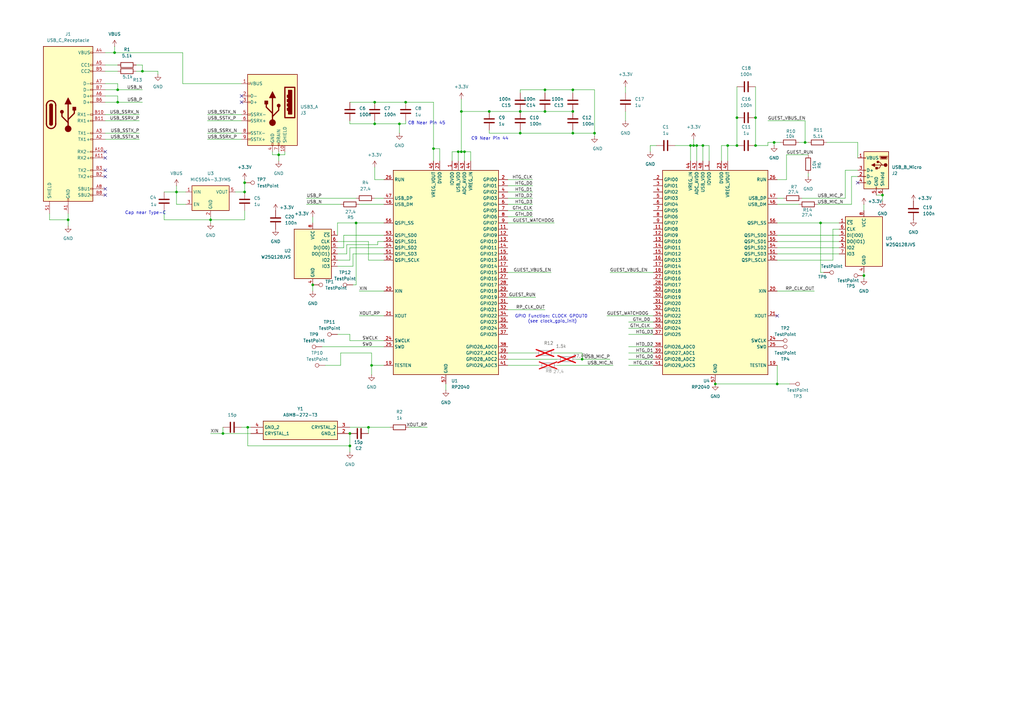
<source format=kicad_sch>
(kicad_sch (version 20231120) (generator "eeschema") (generator_version "8.0")
  (paper "A3")
  (junction (at 309.88 48.26))
  (junction (at 91.44 177.8))
  (junction (at 223.52 45.72))
  (junction (at 234.95 36.83))
  (junction (at 153.67 50.8))
  (junction (at 288.29 59.69))
  (junction (at 234.95 54.61))
  (junction (at 190.5 62.23))
  (junction (at 86.36 90.17))
  (junction (at 143.51 177.8))
  (junction (at 283.21 59.69))
  (junction (at 177.8 60.96))
  (junction (at 143.51 182.88))
  (junction (at 189.23 62.23))
  (junction (at 354.33 113.03))
  (junction (at 317.5 58.42))
  (junction (at 163.83 50.8))
  (junction (at 234.95 45.72))
  (junction (at 128.27 116.84))
  (junction (at 101.6 175.26))
  (junction (at 285.75 59.69))
  (junction (at 58.42 29.21))
  (junction (at 302.26 59.69))
  (junction (at 27.94 90.17))
  (junction (at 330.2 58.42))
  (junction (at 200.66 45.72))
  (junction (at 151.13 175.26))
  (junction (at 238.76 147.32))
  (junction (at 153.67 41.91))
  (junction (at 46.99 21.59))
  (junction (at 223.52 36.83))
  (junction (at 284.48 59.69))
  (junction (at 187.96 62.23))
  (junction (at 114.3 63.5))
  (junction (at 72.39 78.74))
  (junction (at 309.88 59.69))
  (junction (at 318.77 157.48))
  (junction (at 146.05 91.44))
  (junction (at 48.26 41.91))
  (junction (at 336.55 91.44))
  (junction (at 243.84 54.61))
  (junction (at 213.36 54.61))
  (junction (at 213.36 45.72))
  (junction (at 302.26 48.26))
  (junction (at 166.37 41.91))
  (junction (at 189.23 45.72))
  (junction (at 361.95 80.01))
  (junction (at 48.26 36.83))
  (junction (at 152.4 149.86))
  (junction (at 100.33 78.74))
  (junction (at 298.45 59.69))
  (junction (at 100.33 74.93))
  (junction (at 293.37 157.48))
  (no_connect (at 43.18 72.39))
  (no_connect (at 99.06 41.91))
  (no_connect (at 43.18 69.85))
  (no_connect (at 43.18 80.01))
  (no_connect (at 43.18 77.47))
  (no_connect (at 351.79 74.93))
  (no_connect (at 318.77 129.54))
  (no_connect (at 43.18 62.23))
  (no_connect (at 99.06 39.37))
  (no_connect (at 43.18 64.77))
  (wire (pts (xy 72.39 83.82) (xy 76.2 83.82)))
  (wire (pts (xy 153.67 81.28) (xy 157.48 81.28)))
  (wire (pts (xy 143.51 106.68) (xy 143.51 101.6)))
  (wire (pts (xy 154.94 99.06) (xy 157.48 99.06)))
  (wire (pts (xy 238.76 144.78) (xy 238.76 147.32)))
  (wire (pts (xy 163.83 50.8) (xy 163.83 54.61)))
  (wire (pts (xy 318.77 83.82) (xy 327.66 83.82)))
  (wire (pts (xy 151.13 99.06) (xy 151.13 106.68)))
  (wire (pts (xy 330.2 58.42) (xy 331.47 58.42)))
  (wire (pts (xy 46.99 21.59) (xy 74.93 21.59)))
  (wire (pts (xy 74.93 21.59) (xy 74.93 34.29)))
  (wire (pts (xy 223.52 38.1) (xy 223.52 36.83)))
  (wire (pts (xy 72.39 76.2) (xy 72.39 78.74)))
  (wire (pts (xy 318.77 73.66) (xy 322.58 73.66)))
  (wire (pts (xy 208.28 147.32) (xy 228.6 147.32)))
  (wire (pts (xy 318.77 104.14) (xy 344.17 104.14)))
  (wire (pts (xy 318.77 91.44) (xy 336.55 91.44)))
  (wire (pts (xy 193.04 62.23) (xy 190.5 62.23)))
  (wire (pts (xy 64.77 29.21) (xy 64.77 30.48)))
  (wire (pts (xy 180.34 66.04) (xy 180.34 60.96)))
  (wire (pts (xy 318.77 157.48) (xy 323.85 157.48)))
  (wire (pts (xy 314.96 49.53) (xy 330.2 49.53)))
  (wire (pts (xy 330.2 58.42) (xy 330.2 49.53)))
  (wire (pts (xy 189.23 62.23) (xy 190.5 62.23)))
  (wire (pts (xy 234.95 36.83) (xy 243.84 36.83)))
  (wire (pts (xy 114.3 63.5) (xy 114.3 66.04)))
  (wire (pts (xy 309.88 59.69) (xy 314.96 59.69)))
  (wire (pts (xy 101.6 182.88) (xy 143.51 182.88)))
  (wire (pts (xy 143.51 139.7) (xy 143.51 137.16)))
  (wire (pts (xy 86.36 177.8) (xy 91.44 177.8)))
  (wire (pts (xy 177.8 60.96) (xy 177.8 41.91)))
  (wire (pts (xy 143.51 101.6) (xy 157.48 101.6)))
  (wire (pts (xy 213.36 53.34) (xy 213.36 54.61)))
  (wire (pts (xy 67.31 78.74) (xy 72.39 78.74)))
  (wire (pts (xy 257.81 134.62) (xy 267.97 134.62)))
  (wire (pts (xy 208.28 78.74) (xy 218.44 78.74)))
  (wire (pts (xy 180.34 60.96) (xy 177.8 60.96)))
  (wire (pts (xy 302.26 59.69) (xy 298.45 59.69)))
  (wire (pts (xy 200.66 54.61) (xy 213.36 54.61)))
  (wire (pts (xy 48.26 34.29) (xy 48.26 36.83)))
  (wire (pts (xy 91.44 177.8) (xy 102.87 177.8)))
  (wire (pts (xy 27.94 87.63) (xy 27.94 90.17)))
  (wire (pts (xy 208.28 149.86) (xy 220.98 149.86)))
  (wire (pts (xy 48.26 41.91) (xy 43.18 41.91)))
  (wire (pts (xy 67.31 86.36) (xy 67.31 90.17)))
  (wire (pts (xy 243.84 36.83) (xy 243.84 54.61)))
  (wire (pts (xy 317.5 58.42) (xy 320.04 58.42)))
  (wire (pts (xy 72.39 78.74) (xy 76.2 78.74)))
  (wire (pts (xy 234.95 36.83) (xy 234.95 38.1)))
  (wire (pts (xy 227.33 144.78) (xy 238.76 144.78)))
  (wire (pts (xy 143.51 50.8) (xy 153.67 50.8)))
  (wire (pts (xy 346.71 69.85) (xy 346.71 81.28)))
  (wire (pts (xy 86.36 90.17) (xy 86.36 91.44)))
  (wire (pts (xy 143.51 175.26) (xy 151.13 175.26)))
  (wire (pts (xy 166.37 50.8) (xy 166.37 49.53)))
  (wire (pts (xy 55.88 29.21) (xy 58.42 29.21)))
  (wire (pts (xy 100.33 74.93) (xy 100.33 78.74)))
  (wire (pts (xy 91.44 175.26) (xy 91.44 177.8)))
  (wire (pts (xy 354.33 113.03) (xy 354.33 114.3)))
  (wire (pts (xy 256.54 45.72) (xy 256.54 49.53)))
  (wire (pts (xy 298.45 59.69) (xy 298.45 66.04)))
  (wire (pts (xy 144.78 116.84) (xy 146.05 116.84)))
  (wire (pts (xy 208.28 91.44) (xy 227.33 91.44)))
  (wire (pts (xy 318.77 81.28) (xy 321.31 81.28)))
  (wire (pts (xy 116.84 62.23) (xy 116.84 63.5)))
  (wire (pts (xy 189.23 45.72) (xy 189.23 62.23)))
  (wire (pts (xy 146.05 91.44) (xy 157.48 91.44)))
  (wire (pts (xy 43.18 46.99) (xy 57.15 46.99)))
  (wire (pts (xy 147.32 119.38) (xy 157.48 119.38)))
  (wire (pts (xy 213.36 54.61) (xy 234.95 54.61)))
  (wire (pts (xy 100.33 73.66) (xy 100.33 74.93)))
  (wire (pts (xy 138.43 109.22) (xy 144.78 109.22)))
  (wire (pts (xy 48.26 36.83) (xy 43.18 36.83)))
  (wire (pts (xy 359.41 80.01) (xy 361.95 80.01)))
  (wire (pts (xy 243.84 54.61) (xy 243.84 55.88)))
  (wire (pts (xy 177.8 41.91) (xy 166.37 41.91)))
  (wire (pts (xy 151.13 106.68) (xy 157.48 106.68)))
  (wire (pts (xy 152.4 149.86) (xy 157.48 149.86)))
  (wire (pts (xy 208.28 86.36) (xy 218.44 86.36)))
  (wire (pts (xy 354.33 83.82) (xy 354.33 86.36)))
  (wire (pts (xy 114.3 62.23) (xy 114.3 63.5)))
  (wire (pts (xy 114.3 63.5) (xy 111.76 63.5)))
  (wire (pts (xy 111.76 63.5) (xy 111.76 62.23)))
  (wire (pts (xy 55.88 26.67) (xy 58.42 26.67)))
  (wire (pts (xy 20.32 87.63) (xy 20.32 90.17)))
  (wire (pts (xy 58.42 29.21) (xy 64.77 29.21)))
  (wire (pts (xy 318.77 101.6) (xy 344.17 101.6)))
  (wire (pts (xy 143.51 177.8) (xy 143.51 182.88)))
  (wire (pts (xy 341.63 106.68) (xy 318.77 106.68)))
  (wire (pts (xy 177.8 60.96) (xy 177.8 66.04)))
  (wire (pts (xy 208.28 81.28) (xy 218.44 81.28)))
  (wire (pts (xy 318.77 96.52) (xy 344.17 96.52)))
  (wire (pts (xy 43.18 26.67) (xy 48.26 26.67)))
  (wire (pts (xy 143.51 41.91) (xy 153.67 41.91)))
  (wire (pts (xy 138.43 104.14) (xy 142.24 104.14)))
  (wire (pts (xy 290.83 66.04) (xy 290.83 59.69)))
  (wire (pts (xy 257.81 144.78) (xy 267.97 144.78)))
  (wire (pts (xy 336.55 111.76) (xy 337.82 111.76)))
  (wire (pts (xy 43.18 49.53) (xy 57.15 49.53)))
  (wire (pts (xy 318.77 119.38) (xy 334.01 119.38)))
  (wire (pts (xy 125.73 81.28) (xy 146.05 81.28)))
  (wire (pts (xy 138.43 106.68) (xy 143.51 106.68)))
  (wire (pts (xy 269.24 59.69) (xy 266.7 59.69)))
  (wire (pts (xy 128.27 88.9) (xy 128.27 91.44)))
  (wire (pts (xy 285.75 66.04) (xy 285.75 59.69)))
  (wire (pts (xy 208.28 144.78) (xy 219.71 144.78)))
  (wire (pts (xy 267.97 129.54) (xy 248.92 129.54)))
  (wire (pts (xy 43.18 34.29) (xy 48.26 34.29)))
  (wire (pts (xy 48.26 39.37) (xy 48.26 41.91)))
  (wire (pts (xy 234.95 54.61) (xy 243.84 54.61)))
  (wire (pts (xy 339.09 58.42) (xy 351.79 58.42)))
  (wire (pts (xy 143.51 139.7) (xy 157.48 139.7)))
  (wire (pts (xy 238.76 147.32) (xy 250.19 147.32)))
  (wire (pts (xy 43.18 57.15) (xy 57.15 57.15)))
  (wire (pts (xy 101.6 175.26) (xy 102.87 175.26)))
  (wire (pts (xy 151.13 175.26) (xy 151.13 177.8)))
  (wire (pts (xy 20.32 90.17) (xy 27.94 90.17)))
  (wire (pts (xy 132.08 142.24) (xy 157.48 142.24)))
  (wire (pts (xy 43.18 29.21) (xy 48.26 29.21)))
  (wire (pts (xy 190.5 62.23) (xy 190.5 66.04)))
  (wire (pts (xy 189.23 40.64) (xy 189.23 45.72)))
  (wire (pts (xy 86.36 88.9) (xy 86.36 90.17)))
  (wire (pts (xy 346.71 69.85) (xy 351.79 69.85)))
  (wire (pts (xy 154.94 100.33) (xy 154.94 99.06)))
  (wire (pts (xy 96.52 78.74) (xy 100.33 78.74)))
  (wire (pts (xy 341.63 93.98) (xy 341.63 106.68)))
  (wire (pts (xy 327.66 58.42) (xy 330.2 58.42)))
  (wire (pts (xy 175.26 175.26) (xy 167.64 175.26)))
  (wire (pts (xy 128.27 116.84) (xy 128.27 119.38)))
  (wire (pts (xy 302.26 35.56) (xy 302.26 48.26)))
  (wire (pts (xy 208.28 111.76) (xy 226.06 111.76)))
  (wire (pts (xy 185.42 62.23) (xy 187.96 62.23)))
  (wire (pts (xy 185.42 66.04) (xy 185.42 62.23)))
  (wire (pts (xy 139.7 149.86) (xy 133.35 149.86)))
  (wire (pts (xy 182.88 157.48) (xy 182.88 160.02)))
  (wire (pts (xy 309.88 35.56) (xy 309.88 48.26)))
  (wire (pts (xy 143.51 137.16) (xy 138.43 137.16)))
  (wire (pts (xy 285.75 59.69) (xy 284.48 59.69)))
  (wire (pts (xy 208.28 88.9) (xy 218.44 88.9)))
  (wire (pts (xy 46.99 19.05) (xy 46.99 21.59)))
  (wire (pts (xy 208.28 127) (xy 223.52 127)))
  (wire (pts (xy 336.55 91.44) (xy 344.17 91.44)))
  (wire (pts (xy 257.81 137.16) (xy 267.97 137.16)))
  (wire (pts (xy 234.95 53.34) (xy 234.95 54.61)))
  (wire (pts (xy 138.43 96.52) (xy 138.43 91.44)))
  (wire (pts (xy 295.91 59.69) (xy 295.91 66.04)))
  (wire (pts (xy 293.37 157.48) (xy 318.77 157.48)))
  (wire (pts (xy 213.36 36.83) (xy 213.36 38.1)))
  (wire (pts (xy 200.66 54.61) (xy 200.66 53.34)))
  (wire (pts (xy 318.77 99.06) (xy 344.17 99.06)))
  (wire (pts (xy 234.95 45.72) (xy 223.52 45.72)))
  (wire (pts (xy 48.26 36.83) (xy 58.42 36.83)))
  (wire (pts (xy 139.7 83.82) (xy 125.73 83.82)))
  (wire (pts (xy 140.97 96.52) (xy 140.97 101.6)))
  (wire (pts (xy 322.58 63.5) (xy 331.47 63.5)))
  (wire (pts (xy 200.66 45.72) (xy 213.36 45.72)))
  (wire (pts (xy 153.67 50.8) (xy 163.83 50.8)))
  (wire (pts (xy 86.36 90.17) (xy 100.33 90.17)))
  (wire (pts (xy 72.39 78.74) (xy 72.39 83.82)))
  (wire (pts (xy 283.21 59.69) (xy 284.48 59.69)))
  (wire (pts (xy 27.94 90.17) (xy 27.94 92.71)))
  (wire (pts (xy 208.28 121.92) (xy 219.71 121.92)))
  (wire (pts (xy 157.48 96.52) (xy 140.97 96.52)))
  (wire (pts (xy 314.96 58.42) (xy 317.5 58.42)))
  (wire (pts (xy 139.7 144.78) (xy 139.7 149.86)))
  (wire (pts (xy 43.18 54.61) (xy 57.15 54.61)))
  (wire (pts (xy 336.55 111.76) (xy 336.55 91.44)))
  (wire (pts (xy 153.67 41.91) (xy 166.37 41.91)))
  (wire (pts (xy 257.81 147.32) (xy 267.97 147.32)))
  (wire (pts (xy 139.7 144.78) (xy 152.4 144.78)))
  (wire (pts (xy 116.84 63.5) (xy 114.3 63.5)))
  (wire (pts (xy 331.47 71.12) (xy 331.47 72.39)))
  (wire (pts (xy 100.33 90.17) (xy 100.33 86.36)))
  (wire (pts (xy 223.52 36.83) (xy 213.36 36.83)))
  (wire (pts (xy 187.96 62.23) (xy 189.23 62.23)))
  (wire (pts (xy 349.25 72.39) (xy 351.79 72.39)))
  (wire (pts (xy 213.36 45.72) (xy 223.52 45.72)))
  (wire (pts (xy 101.6 175.26) (xy 101.6 182.88)))
  (wire (pts (xy 58.42 26.67) (xy 58.42 29.21)))
  (wire (pts (xy 43.18 39.37) (xy 48.26 39.37)))
  (wire (pts (xy 361.95 80.01) (xy 361.95 82.55)))
  (wire (pts (xy 157.48 73.66) (xy 153.67 73.66)))
  (wire (pts (xy 189.23 45.72) (xy 200.66 45.72)))
  (wire (pts (xy 143.51 182.88) (xy 143.51 185.42)))
  (wire (pts (xy 187.96 62.23) (xy 187.96 66.04)))
  (wire (pts (xy 298.45 59.69) (xy 295.91 59.69)))
  (wire (pts (xy 283.21 59.69) (xy 283.21 66.04)))
  (wire (pts (xy 99.06 175.26) (xy 101.6 175.26)))
  (wire (pts (xy 322.58 73.66) (xy 322.58 63.5)))
  (wire (pts (xy 223.52 36.83) (xy 234.95 36.83)))
  (wire (pts (xy 257.81 149.86) (xy 267.97 149.86)))
  (wire (pts (xy 284.48 59.69) (xy 284.48 57.15)))
  (wire (pts (xy 152.4 149.86) (xy 152.4 153.67)))
  (wire (pts (xy 257.81 142.24) (xy 267.97 142.24)))
  (wire (pts (xy 302.26 48.26) (xy 302.26 59.69)))
  (wire (pts (xy 153.67 73.66) (xy 153.67 68.58)))
  (wire (pts (xy 354.33 111.76) (xy 354.33 113.03)))
  (wire (pts (xy 99.06 57.15) (xy 85.09 57.15)))
  (wire (pts (xy 256.54 35.56) (xy 256.54 38.1)))
  (wire (pts (xy 317.5 58.42) (xy 317.5 59.69)))
  (wire (pts (xy 74.93 34.29) (xy 99.06 34.29)))
  (wire (pts (xy 99.06 46.99) (xy 85.09 46.99)))
  (wire (pts (xy 147.32 129.54) (xy 157.48 129.54)))
  (wire (pts (xy 276.86 59.69) (xy 283.21 59.69)))
  (wire (pts (xy 290.83 59.69) (xy 288.29 59.69)))
  (wire (pts (xy 267.97 111.76) (xy 250.19 111.76)))
  (wire (pts (xy 193.04 66.04) (xy 193.04 62.23)))
  (wire (pts (xy 349.25 72.39) (xy 349.25 83.82)))
  (wire (pts (xy 153.67 50.8) (xy 153.67 49.53)))
  (wire (pts (xy 344.17 93.98) (xy 341.63 93.98)))
  (wire (pts (xy 138.43 91.44) (xy 146.05 91.44)))
  (wire (pts (xy 257.81 132.08) (xy 267.97 132.08)))
  (wire (pts (xy 266.7 59.69) (xy 266.7 62.23)))
  (wire (pts (xy 288.29 59.69) (xy 285.75 59.69)))
  (wire (pts (xy 309.88 48.26) (xy 309.88 59.69)))
  (wire (pts (xy 99.06 54.61) (xy 85.09 54.61)))
  (wire (pts (xy 228.6 149.86) (xy 251.46 149.86)))
  (wire (pts (xy 318.77 149.86) (xy 318.77 157.48)))
  (wire (pts (xy 147.32 83.82) (xy 157.48 83.82)))
  (wire (pts (xy 140.97 101.6) (xy 138.43 101.6)))
  (wire (pts (xy 48.26 41.91) (xy 58.42 41.91)))
  (wire (pts (xy 143.51 49.53) (xy 143.51 50.8)))
  (wire (pts (xy 346.71 81.28) (xy 328.93 81.28)))
  (wire (pts (xy 142.24 104.14) (xy 142.24 100.33)))
  (wire (pts (xy 99.06 49.53) (xy 85.09 49.53)))
  (wire (pts (xy 43.18 21.59) (xy 46.99 21.59)))
  (wire (pts (xy 151.13 175.26) (xy 160.02 175.26)))
  (wire (pts (xy 138.43 99.06) (xy 151.13 99.06)))
  (wire (pts (xy 86.36 90.17) (xy 67.31 90.17)))
  (wire (pts (xy 349.25 83.82) (xy 335.28 83.82)))
  (wire (pts (xy 288.29 66.04) (xy 288.29 59.69)))
  (wire (pts (xy 146.05 116.84) (xy 146.05 91.44)))
  (wire (pts (xy 236.22 147.32) (xy 238.76 147.32)))
  (wire (pts (xy 142.24 100.33) (xy 154.94 100.33)))
  (wire (pts (xy 163.83 50.8) (xy 166.37 50.8)))
  (wire (pts (xy 314.96 59.69) (xy 314.96 58.42)))
  (wire (pts (xy 208.28 73.66) (xy 218.44 73.66)))
  (wire (pts (xy 144.78 104.14) (xy 157.48 104.14)))
  (wire (pts (xy 208.28 83.82) (xy 218.44 83.82)))
  (wire (pts (xy 144.78 109.22) (xy 144.78 104.14)))
  (wire (pts (xy 208.28 76.2) (xy 218.44 76.2)))
  (wire (pts (xy 152.4 144.78) (xy 152.4 149.86)))
  (wire (pts (xy 351.79 64.77) (xy 351.79 58.42)))
  (text "C9 Near Pin 44" (at 200.914 56.896 0) (effects (font (size 1.27 1.27))))
  (text "GPIO Function: CLOCK GPOUT0 \n(see clock_gpio_init)" (at 226.568 130.81 0) (effects (font (size 1.27 1.27))))
  (text "Cap near Type-C" (at 59.69 87.376 0) (effects (font (size 1.27 1.27))))
  (text "C8 Near Pin 45" (at 175.006 50.546 0) (effects (font (size 1.27 1.27))))
  (label "GTH_CLK" (at 266.7 134.62 180))
  (label "USB_N" (at 125.73 83.82 0))
  (label "SWD" (at 148.59 142.24 0))
  (label "GUEST_WATCHDOG" (at 248.92 129.54 0))
  (label "USB_SSTX_P" (at 85.09 49.53 0))
  (label "RP_CLK_OUT" (at 223.52 127 180))
  (label "GUEST_VBUS_EN" (at 226.06 111.76 180))
  (label "GUEST_VBUS_EN" (at 314.96 49.53 0))
  (label "XIN" (at 86.36 177.8 0))
  (label "USB_N" (at 58.42 36.83 180))
  (label "XOUT_RP" (at 175.26 175.26 180))
  (label "GUEST_RUN" (at 219.71 121.92 180))
  (label "GUEST_VBUS_EN" (at 250.19 111.76 0))
  (label "USB_MIC_P" (at 335.28 81.28 0))
  (label "USB_SSTX_N" (at 57.15 57.15 180))
  (label "USB_SSTX_P" (at 57.15 54.61 180))
  (label "GTH_CLK" (at 218.44 86.36 180))
  (label "USB_SSRX_P" (at 57.15 49.53 180))
  (label "USB_MIC_N" (at 251.46 149.86 180))
  (label "HTD_D2" (at 218.44 81.28 180))
  (label "XIN" (at 147.32 119.38 0))
  (label "SWCLK" (at 148.59 139.7 0))
  (label "USB_MIC_N" (at 335.28 83.82 0))
  (label "USB_P" (at 125.73 81.28 0))
  (label "GUEST_WATCHDOG" (at 227.33 91.44 180))
  (label "HTG_D1" (at 267.97 144.78 180))
  (label "HTG_D0" (at 267.97 147.32 180))
  (label "USB_SSRX_N" (at 85.09 54.61 0))
  (label "RP_CLK_OUT" (at 334.01 119.38 180))
  (label "HTG_CLK" (at 218.44 73.66 180))
  (label "USB_MIC_P" (at 250.19 147.32 180))
  (label "HTD_D2" (at 267.97 142.24 180))
  (label "HTG_D3" (at 267.97 137.16 180))
  (label "USB_P" (at 58.42 41.91 180))
  (label "XOUT_RP" (at 147.32 129.54 0))
  (label "GUEST_RUN" (at 322.58 63.5 0))
  (label "USB_SSRX_P" (at 85.09 57.15 0))
  (label "GTH_D0" (at 266.7 132.08 180))
  (label "USB_SSTX_N" (at 85.09 46.99 0))
  (label "USB_SSRX_N" (at 57.15 46.99 180))
  (label "HTG_D3" (at 218.44 83.82 180))
  (label "HTG_D0" (at 218.44 76.2 180))
  (label "GTH_D0" (at 218.44 88.9 180))
  (label "HTG_D1" (at 218.44 78.74 180))
  (label "HTG_CLK" (at 267.97 149.86 180))
  (symbol (lib_id "Connector:TestPoint") (at 318.77 142.24 270) (unit 1)
    (property "Reference" "TP4" (at 322.072 147.32 90))
    (property "Value" "TestPoint" (at 322.072 144.78 90))
    (property "Footprint" "TestPoint:TestPoint_Pad_1.5x1.5mm" (effects (hide yes)))
    (property "Description" "test point" (effects (hide yes)))
  )
  (symbol (lib_id "power:+3.3V") (at 284.48 57.15 0) (unit 1)
    (property "Reference" "#PWR027" (effects (hide yes)))
    (property "Value" "+3.3V" (at 284.48 52.07 0))
    (property "Description" "Power symbol creates a global label with name \"+3.3V\"" (effects (hide yes)))
  )
  (symbol (lib_id "power:GND") (at 256.54 49.53 0) (unit 1)
    (property "Reference" "#PWR018" (effects (hide yes)))
    (property "Value" "GND" (at 256.54 54.61 0))
    (property "Description" "Power symbol creates a global label with name \"GND\" , ground" (effects (hide yes)))
  )
  (symbol (lib_id "Device:R") (at 325.12 81.28 90) (unit 1)
    (property "Reference" "R7" (at 325.628 76.708 90))
    (property "Value" "27.4" (at 325.374 78.74 90))
    (property "Footprint" "Resistor_SMD:R_0402_1005Metric_Pad0.72x0.64mm_HandSolder" (effects (hide yes)))
    (property "Description" "Resistor" (effects (hide yes)))
  )
  (symbol (lib_id "power:GND") (at 361.95 82.55 0) (unit 1)
    (property "Reference" "#PWR020" (effects (hide yes)))
    (property "Value" "GND" (at 361.95 87.63 0))
    (property "Description" "Power symbol creates a global label with name \"GND\" , ground" (effects (hide yes)))
  )
  (symbol (lib_id "Device:R") (at 224.79 149.86 270) (mirror x) (unit 1) (dnp yes)
    (property "Reference" "R8" (at 225.044 152.146 90))
    (property "Value" "27.4" (at 229.108 152.4 90))
    (property "Footprint" "Resistor_SMD:R_0402_1005Metric_Pad0.72x0.64mm_HandSolder" (effects (hide yes)))
    (property "Description" "Resistor" (effects (hide yes)))
  )
  (symbol (lib_id "Memory_Flash:W25Q128JVS") (at 354.33 99.06 0) (unit 1)
    (property "Reference" "U5" (at 363.22 97.7899 0) (effects (justify left)))
    (property "Value" "W25Q128JVS" (at 363.22 100.3299 0) (effects (justify left)))
    (property "Footprint" "Package_SO:SOIC-8_5.23x5.23mm_P1.27mm" (effects (hide yes)))
    (property "Datasheet" "http://www.winbond.com/resource-files/w25q128jv_dtr%20revc%2003272018%20plus.pdf" (effects (hide yes)))
    (property "Description" "128Mb Serial Flash Memory, Standard/Dual/Quad SPI, SOIC-8" (effects (hide yes)))
  )
  (symbol (lib_id "power:GND") (at 182.88 160.02 0) (unit 1)
    (property "Reference" "#PWR011" (effects (hide yes)))
    (property "Value" "GND" (at 182.88 165.1 0))
    (property "Description" "Power symbol creates a global label with name \"GND\" , ground" (effects (hide yes)))
  )
  (symbol (lib_id "Device:C") (at 234.95 49.53 0) (unit 1)
    (property "Reference" "C12" (at 238.76 48.2599 0) (effects (justify left)))
    (property "Value" "100n" (at 238.76 50.7999 0) (effects (justify left)))
    (property "Footprint" "Capacitor_SMD:C_0402_1005Metric_Pad0.74x0.62mm_HandSolder" (effects (hide yes)))
    (property "Description" "Unpolarized capacitor" (effects (hide yes)))
  )
  (symbol (lib_id "power:GND") (at 27.94 92.71 0) (unit 1)
    (property "Reference" "#PWR02" (effects (hide yes)))
    (property "Value" "GND" (at 27.94 97.79 0))
    (property "Description" "Power symbol creates a global label with name \"GND\" , ground" (effects (hide yes)))
  )
  (symbol (lib_id "power:GND") (at 331.47 72.39 0) (unit 1)
    (property "Reference" "#PWR013" (effects (hide yes)))
    (property "Value" "GND" (at 331.47 77.47 0))
    (property "Description" "Power symbol creates a global label with name \"GND\" , ground" (effects (hide yes)))
  )
  (symbol (lib_id "Device:C") (at 256.54 41.91 0) (unit 1)
    (property "Reference" "C17" (at 260.35 40.6399 0) (effects (justify left)))
    (property "Value" "1u" (at 260.35 43.1799 0) (effects (justify left)))
    (property "Footprint" "Capacitor_SMD:C_0402_1005Metric_Pad0.74x0.62mm_HandSolder" (effects (hide yes)))
    (property "Description" "Unpolarized capacitor" (effects (hide yes)))
  )
  (symbol (lib_id "Device:C") (at 374.65 86.36 0) (unit 1)
    (property "Reference" "C19" (at 378.46 85.0899 0) (effects (justify left)))
    (property "Value" "100n" (at 378.46 87.6299 0) (effects (justify left)))
    (property "Footprint" "Capacitor_SMD:C_0402_1005Metric_Pad0.74x0.62mm_HandSolder" (effects (hide yes)))
    (property "Description" "Unpolarized capacitor" (effects (hide yes)))
  )
  (symbol (lib_id "Device:C") (at 100.33 82.55 0) (unit 1)
    (property "Reference" "C5" (at 104.14 81.2799 0) (effects (justify left)))
    (property "Value" "1u" (at 104.14 83.8199 0) (effects (justify left)))
    (property "Footprint" "Capacitor_SMD:C_0402_1005Metric_Pad0.74x0.62mm_HandSolder" (effects (hide yes)))
    (property "Description" "Unpolarized capacitor" (effects (hide yes)))
  )
  (symbol (lib_id "power:+3.3V") (at 153.67 68.58 0) (unit 1)
    (property "Reference" "#PWR012" (effects (hide yes)))
    (property "Value" "+3.3V" (at 153.67 63.5 0))
    (property "Description" "Power symbol creates a global label with name \"+3.3V\"" (effects (hide yes)))
  )
  (symbol (lib_id "Connector:TestPoint") (at 138.43 137.16 90) (unit 1)
    (property "Reference" "TP11" (at 135.128 132.08 90))
    (property "Value" "TestPoint" (at 135.128 134.62 90))
    (property "Footprint" "TestPoint:TestPoint_Pad_1.5x1.5mm" (effects (hide yes)))
    (property "Description" "test point" (effects (hide yes)))
  )
  (symbol (lib_id "Device:C") (at 166.37 45.72 0) (unit 1)
    (property "Reference" "C8" (at 170.18 44.4499 0) (effects (justify left)))
    (property "Value" "1u" (at 170.18 46.9899 0) (effects (justify left)))
    (property "Footprint" "Capacitor_SMD:C_0402_1005Metric_Pad0.74x0.62mm_HandSolder" (effects (hide yes)))
    (property "Description" "Unpolarized capacitor" (effects (hide yes)))
  )
  (symbol (lib_id "Device:R") (at 52.07 26.67 270) (unit 1)
    (property "Reference" "R1" (at 52.07 20.32 90))
    (property "Value" "5.1k" (at 52.07 22.86 90))
    (property "Footprint" "Resistor_SMD:R_0402_1005Metric_Pad0.72x0.64mm_HandSolder" (effects (hide yes)))
    (property "Description" "Resistor" (effects (hide yes)))
  )
  (symbol (lib_id "Device:R") (at 232.41 147.32 90) (mirror x) (unit 1) (dnp yes)
    (property "Reference" "R9" (at 240.03 145.796 90))
    (property "Value" "27.4" (at 237.236 146.05 90))
    (property "Footprint" "Resistor_SMD:R_0402_1005Metric_Pad0.72x0.64mm_HandSolder" (effects (hide yes)))
    (property "Description" "Resistor" (effects (hide yes)))
  )
  (symbol (lib_id "Device:R") (at 323.85 58.42 90) (unit 1)
    (property "Reference" "R10" (at 324.358 53.848 90))
    (property "Value" "10k" (at 324.104 55.88 90))
    (property "Footprint" "Resistor_SMD:R_0402_1005Metric_Pad0.72x0.64mm_HandSolder" (effects (hide yes)))
    (property "Description" "Resistor" (effects (hide yes)))
  )
  (symbol (lib_id "power:+3.3V") (at 256.54 35.56 0) (unit 1)
    (property "Reference" "#PWR019" (effects (hide yes)))
    (property "Value" "+3.3V" (at 256.54 30.48 0))
    (property "Description" "Power symbol creates a global label with name \"+3.3V\"" (effects (hide yes)))
  )
  (symbol (lib_id "power:GND") (at 143.51 185.42 0) (unit 1)
    (property "Reference" "#PWR04" (effects (hide yes)))
    (property "Value" "GND" (at 143.51 190.5 0))
    (property "Description" "Power symbol creates a global label with name \"GND\" , ground" (effects (hide yes)))
  )
  (symbol (lib_id "power:GND") (at 266.7 62.23 0) (unit 1)
    (property "Reference" "#PWR026" (effects (hide yes)))
    (property "Value" "GND" (at 266.7 67.31 0))
    (property "Description" "Power symbol creates a global label with name \"GND\" , ground" (effects (hide yes)))
  )
  (symbol (lib_id "Connector:TestPoint") (at 128.27 116.84 270) (unit 1)
    (property "Reference" "TP1" (at 133.35 115.5699 90) (effects (justify left)))
    (property "Value" "TestPoint" (at 133.35 118.1099 90) (effects (justify left)))
    (property "Footprint" "TestPoint:TestPoint_THTPad_D1.0mm_Drill0.5mm" (effects (hide yes)))
    (property "Description" "test point" (effects (hide yes)))
  )
  (symbol (lib_id "power:GND") (at 64.77 30.48 0) (unit 1)
    (property "Reference" "#PWR01" (effects (hide yes)))
    (property "Value" "GND" (at 64.77 35.56 0))
    (property "Description" "Power symbol creates a global label with name \"GND\" , ground" (effects (hide yes)))
  )
  (symbol (lib_id "Memory_Flash:W25Q128JVS") (at 128.27 104.14 0) (mirror y) (unit 1)
    (property "Reference" "U2" (at 119.38 102.8699 0) (effects (justify left)))
    (property "Value" "W25Q128JVS" (at 119.38 105.4099 0) (effects (justify left)))
    (property "Footprint" "Package_SO:SOIC-8_5.23x5.23mm_P1.27mm" (effects (hide yes)))
    (property "Datasheet" "http://www.winbond.com/resource-files/w25q128jv_dtr%20revc%2003272018%20plus.pdf" (effects (hide yes)))
    (property "Description" "128Mb Serial Flash Memory, Standard/Dual/Quad SPI, SOIC-8" (effects (hide yes)))
  )
  (symbol (lib_id "Device:C") (at 95.25 175.26 90) (unit 1)
    (property "Reference" "C3" (effects (hide yes)))
    (property "Value" "15p" (at 95.25 170.18 90))
    (property "Footprint" "Capacitor_SMD:C_0402_1005Metric_Pad0.74x0.62mm_HandSolder" (effects (hide yes)))
    (property "Description" "Unpolarized capacitor" (effects (hide yes)))
  )
  (symbol (lib_id "Connector:TestPoint") (at 100.33 74.93 270) (unit 1)
    (property "Reference" "TP7" (at 105.41 73.6599 90) (effects (justify left)))
    (property "Value" "TestPoint" (at 105.41 76.1999 90) (effects (justify left)))
    (property "Footprint" "TestPoint:TestPoint_THTPad_D1.0mm_Drill0.5mm" (effects (hide yes)))
    (property "Description" "test point" (effects (hide yes)))
  )
  (symbol (lib_id "Device:C") (at 147.32 177.8 90) (unit 1)
    (property "Reference" "C2" (at 147.066 183.896 90))
    (property "Value" "15p" (at 147.066 181.356 90))
    (property "Footprint" "Capacitor_SMD:C_0402_1005Metric_Pad0.74x0.62mm_HandSolder" (effects (hide yes)))
    (property "Description" "Unpolarized capacitor" (effects (hide yes)))
  )
  (symbol (lib_id "Connector:TestPoint") (at 132.08 142.24 90) (unit 1)
    (property "Reference" "TP9" (at 128.778 137.16 90))
    (property "Value" "TestPoint" (at 128.778 139.7 90))
    (property "Footprint" "TestPoint:TestPoint_Pad_1.5x1.5mm" (effects (hide yes)))
    (property "Description" "test point" (effects (hide yes)))
  )
  (symbol (lib_id "Connector:USB3_A") (at 111.76 44.45 0) (mirror y) (unit 1)
    (property "Reference" "J3" (at 123.19 46.3551 0) (effects (justify right)))
    (property "Value" "USB3_A" (at 123.19 43.8151 0) (effects (justify right)))
    (property "Footprint" "Library:USBA3SRA" (effects (hide yes)))
    (property "Description" "USB 3.0 A connector" (effects (hide yes)))
  )
  (symbol (lib_id "Device:C") (at 143.51 45.72 0) (unit 1)
    (property "Reference" "C6" (at 147.32 44.4499 0) (effects (justify left)))
    (property "Value" "100n" (at 147.32 46.9899 0) (effects (justify left)))
    (property "Footprint" "Capacitor_SMD:C_0402_1005Metric_Pad0.74x0.62mm_HandSolder" (effects (hide yes)))
    (property "Description" "Unpolarized capacitor" (effects (hide yes)))
  )
  (symbol (lib_id "power:GND") (at 86.36 91.44 0) (unit 1)
    (property "Reference" "#PWR05" (effects (hide yes)))
    (property "Value" "GND" (at 86.36 96.52 0))
    (property "Description" "Power symbol creates a global label with name \"GND\" , ground" (effects (hide yes)))
  )
  (symbol (lib_id "Connector:TestPoint") (at 144.78 116.84 90) (unit 1)
    (property "Reference" "TP12" (at 141.478 111.76 90))
    (property "Value" "TestPoint" (at 141.478 114.3 90))
    (property "Footprint" "TestPoint:TestPoint_THTPad_D1.0mm_Drill0.5mm" (effects (hide yes)))
    (property "Description" "test point" (effects (hide yes)))
  )
  (symbol (lib_id "Device:C") (at 223.52 41.91 180) (unit 1)
    (property "Reference" "C14" (at 219.71 43.1801 0) (effects (justify left)))
    (property "Value" "100n" (at 219.71 40.6401 0) (effects (justify left)))
    (property "Footprint" "Capacitor_SMD:C_0402_1005Metric_Pad0.74x0.62mm_HandSolder" (effects (hide yes)))
    (property "Description" "Unpolarized capacitor" (effects (hide yes)))
  )
  (symbol (lib_id "power:GND") (at 374.65 90.17 0) (mirror y) (unit 1)
    (property "Reference" "#PWR028" (effects (hide yes)))
    (property "Value" "GND" (at 374.65 95.25 0))
    (property "Description" "Power symbol creates a global label with name \"GND\" , ground" (effects (hide yes)))
  )
  (symbol (lib_id "power:+3.3V") (at 113.03 86.36 0) (unit 1)
    (property "Reference" "#PWR029" (effects (hide yes)))
    (property "Value" "+3.3V" (at 117.602 85.09 0))
    (property "Description" "Power symbol creates a global label with name \"+3.3V\"" (effects (hide yes)))
  )
  (symbol (lib_id "Device:R") (at 52.07 29.21 270) (unit 1)
    (property "Reference" "R13" (at 56.388 32.766 90))
    (property "Value" "5.1k" (at 52.324 31.496 90))
    (property "Footprint" "Resistor_SMD:R_0402_1005Metric_Pad0.72x0.64mm_HandSolder" (effects (hide yes)))
    (property "Description" "Resistor" (effects (hide yes)))
  )
  (symbol (lib_id "power:VBUS") (at 46.99 19.05 0) (unit 1)
    (property "Reference" "#PWR07" (effects (hide yes)))
    (property "Value" "VBUS" (at 46.99 13.97 0))
    (property "Description" "Power symbol creates a global label with name \"VBUS\"" (effects (hide yes)))
  )
  (symbol (lib_id "Connector:TestPoint") (at 133.35 149.86 90) (unit 1)
    (property "Reference" "TP10" (at 130.048 144.78 90))
    (property "Value" "TestPoint" (at 130.048 147.32 90))
    (property "Footprint" "TestPoint:TestPoint_Pad_1.5x1.5mm" (effects (hide yes)))
    (property "Description" "test point" (effects (hide yes)))
  )
  (symbol (lib_id "Device:R") (at 149.86 81.28 90) (unit 1)
    (property "Reference" "R4" (at 149.86 74.93 90))
    (property "Value" "27.4" (at 149.86 77.47 90))
    (property "Footprint" "Resistor_SMD:R_0402_1005Metric_Pad0.72x0.64mm_HandSolder" (effects (hide yes)))
    (property "Description" "Resistor" (effects (hide yes)))
  )
  (symbol (lib_id "power:GND") (at 354.33 114.3 0) (mirror y) (unit 1)
    (property "Reference" "#PWR024" (effects (hide yes)))
    (property "Value" "GND" (at 354.33 119.38 0))
    (property "Description" "Power symbol creates a global label with name \"GND\" , ground" (effects (hide yes)))
  )
  (symbol (lib_id "Connector:TestPoint") (at 337.82 111.76 270) (mirror x) (unit 1)
    (property "Reference" "TP6" (at 337.312 113.538 90))
    (property "Value" "TestPoint" (at 341.122 109.22 90))
    (property "Footprint" "TestPoint:TestPoint_THTPad_D1.0mm_Drill0.5mm" (effects (hide yes)))
    (property "Description" "test point" (effects (hide yes)))
  )
  (symbol (lib_id "power:VBUS") (at 72.39 76.2 0) (unit 1)
    (property "Reference" "#PWR06" (effects (hide yes)))
    (property "Value" "VBUS" (at 72.39 71.12 0))
    (property "Description" "Power symbol creates a global label with name \"VBUS\"" (effects (hide yes)))
  )
  (symbol (lib_id "power:GND") (at 152.4 153.67 0) (unit 1)
    (property "Reference" "#PWR015" (effects (hide yes)))
    (property "Value" "GND" (at 152.4 158.75 0))
    (property "Description" "Power symbol creates a global label with name \"GND\" , ground" (effects (hide yes)))
  )
  (symbol (lib_id "power:GND") (at 114.3 66.04 0) (unit 1)
    (property "Reference" "#PWR03" (effects (hide yes)))
    (property "Value" "GND" (at 114.3 71.12 0))
    (property "Description" "Power symbol creates a global label with name \"GND\" , ground" (effects (hide yes)))
  )
  (symbol (lib_id "power:GND") (at 163.83 54.61 0) (unit 1)
    (property "Reference" "#PWR016" (effects (hide yes)))
    (property "Value" "GND" (at 163.83 59.69 0))
    (property "Description" "Power symbol creates a global label with name \"GND\" , ground" (effects (hide yes)))
  )
  (symbol (lib_id "Device:R") (at 143.51 83.82 90) (unit 1)
    (property "Reference" "R5" (at 143.764 89.154 90))
    (property "Value" "27.4" (at 143.764 86.868 90))
    (property "Footprint" "Resistor_SMD:R_0402_1005Metric_Pad0.72x0.64mm_HandSolder" (effects (hide yes)))
    (property "Description" "Resistor" (effects (hide yes)))
  )
  (symbol (lib_id "power:GND") (at 293.37 157.48 0) (unit 1)
    (property "Reference" "#PWR023" (effects (hide yes)))
    (property "Value" "GND" (at 293.37 162.56 0))
    (property "Description" "Power symbol creates a global label with name \"GND\" , ground" (effects (hide yes)))
  )
  (symbol (lib_id "MCU_RaspberryPi:RP2040") (at 293.37 111.76 0) (mirror y) (unit 1)
    (property "Reference" "U4" (at 291.1759 156.21 0) (effects (justify left)))
    (property "Value" "RP2040" (at 291.1759 158.75 0) (effects (justify left)))
    (property "Footprint" "Package_DFN_QFN:QFN-56-1EP_7x7mm_P0.4mm_EP3.2x3.2mm" (effects (hide yes)))
    (property "Datasheet" "https://datasheets.raspberrypi.com/rp2040/rp2040-datasheet.pdf" (effects (hide yes)))
    (property "Description" "A microcontroller by Raspberry Pi" (effects (hide yes)))
  )
  (symbol (lib_id "power:+3.3V") (at 374.65 82.55 0) (unit 1)
    (property "Reference" "#PWR025" (effects (hide yes)))
    (property "Value" "+3.3V" (at 379.222 81.28 0))
    (property "Description" "Power symbol creates a global label with name \"+3.3V\"" (effects (hide yes)))
  )
  (symbol (lib_id "Regulator_Linear:MIC5504-3.3YM5") (at 86.36 81.28 0) (unit 1)
    (property "Reference" "U3" (at 86.36 71.12 0))
    (property "Value" "MIC5504-3.3YM5" (at 86.36 73.66 0))
    (property "Footprint" "Package_TO_SOT_SMD:SOT-23-5" (effects (hide yes)))
    (property "Datasheet" "http://ww1.microchip.com/downloads/en/DeviceDoc/MIC550X.pdf" (effects (hide yes)))
    (property "Description" "300mA Low-dropout Voltage Regulator, Vout 3.3V, Vin up to 5.5V, SOT-23" (effects (hide yes)))
  )
  (symbol (lib_id "power:+3.3V") (at 100.33 73.66 0) (unit 1)
    (property "Reference" "#PWR014" (effects (hide yes)))
    (property "Value" "+3.3V" (at 100.33 68.58 0))
    (property "Description" "Power symbol creates a global label with name \"+3.3V\"" (effects (hide yes)))
  )
  (symbol (lib_id "power:+3.3V") (at 189.23 40.64 0) (unit 1)
    (property "Reference" "#PWR010" (effects (hide yes)))
    (property "Value" "+3.3V" (at 189.23 35.56 0))
    (property "Description" "Power symbol creates a global label with name \"+3.3V\"" (effects (hide yes)))
  )
  (symbol (lib_id "Connector:TestPoint") (at 323.85 157.48 270) (unit 1)
    (property "Reference" "TP3" (at 327.152 162.56 90))
    (property "Value" "TestPoint" (at 327.152 160.02 90))
    (property "Footprint" "TestPoint:TestPoint_Pad_1.5x1.5mm" (effects (hide yes)))
    (property "Description" "test point" (effects (hide yes)))
  )
  (symbol (lib_id "power:GND") (at 317.5 59.69 0) (unit 1)
    (property "Reference" "#PWR021" (effects (hide yes)))
    (property "Value" "GND" (at 317.5 64.77 0))
    (property "Description" "Power symbol creates a global label with name \"GND\" , ground" (effects (hide yes)))
  )
  (symbol (lib_id "Device:C") (at 213.36 41.91 180) (unit 1)
    (property "Reference" "C15" (at 209.55 43.1801 0) (effects (justify left)))
    (property "Value" "100n" (at 209.55 40.6401 0) (effects (justify left)))
    (property "Footprint" "Capacitor_SMD:C_0402_1005Metric_Pad0.74x0.62mm_HandSolder" (effects (hide yes)))
    (property "Description" "Unpolarized capacitor" (effects (hide yes)))
  )
  (symbol (lib_id "power:+3.3V") (at 128.27 88.9 0) (mirror y) (unit 1)
    (property "Reference" "#PWR08" (effects (hide yes)))
    (property "Value" "+3.3V" (at 123.698 87.63 0))
    (property "Description" "Power symbol creates a global label with name \"+3.3V\"" (effects (hide yes)))
  )
  (symbol (lib_id "Device:C") (at 306.07 35.56 90) (unit 1)
    (property "Reference" "C18" (at 306.07 27.94 90))
    (property "Value" "100n" (at 306.07 30.48 90))
    (property "Footprint" "Capacitor_SMD:C_0402_1005Metric_Pad0.74x0.62mm_HandSolder" (effects (hide yes)))
    (property "Description" "Unpolarized capacitor" (effects (hide yes)))
  )
  (symbol (lib_id "Device:C") (at 273.05 59.69 90) (unit 1)
    (property "Reference" "C1" (at 273.05 52.07 90))
    (property "Value" "1u" (at 273.05 54.61 90))
    (property "Footprint" "Capacitor_SMD:C_0402_1005Metric_Pad0.74x0.62mm_HandSolder" (effects (hide yes)))
    (property "Description" "Unpolarized capacitor" (effects (hide yes)))
  )
  (symbol (lib_id "Device:C") (at 213.36 49.53 0) (unit 1)
    (property "Reference" "C10" (at 217.17 48.2599 0) (effects (justify left)))
    (property "Value" "100n" (at 217.17 50.7999 0) (effects (justify left)))
    (property "Footprint" "Capacitor_SMD:C_0402_1005Metric_Pad0.74x0.62mm_HandSolder" (effects (hide yes)))
    (property "Description" "Unpolarized capacitor" (effects (hide yes)))
  )
  (symbol (lib_id "Device:C") (at 306.07 48.26 90) (unit 1)
    (property "Reference" "C16" (at 306.07 40.64 90))
    (property "Value" "100n" (at 306.07 43.18 90))
    (property "Footprint" "Capacitor_SMD:C_0402_1005Metric_Pad0.74x0.62mm_HandSolder" (effects (hide yes)))
    (property "Description" "Unpolarized capacitor" (effects (hide yes)))
  )
  (symbol (lib_id "Connector:USB_C_Receptacle") (at 27.94 46.99 0) (unit 1)
    (property "Reference" "J1" (at 27.94 13.97 0))
    (property "Value" "USB_C_Receptacle" (at 27.94 16.51 0))
    (property "Footprint" "Library:USB405603A" (effects (hide yes)))
    (property "Datasheet" "https://www.usb.org/sites/default/files/documents/usb_type-c.zip" (effects (hide yes)))
    (property "Description" "USB Full-Featured Type-C Receptacle connector" (effects (hide yes)))
  )
  (symbol (lib_id "proj_lib:ABM8-272-T3") (at 102.87 175.26 0) (unit 1)
    (property "Reference" "Y1" (at 123.19 167.64 0))
    (property "Value" "ABM8-272-T3" (at 123.19 170.18 0))
    (property "Footprint" "Library:ABM8272T3" (effects (hide yes)))
    (property "Datasheet" "https://abracon.com/datasheets/ABM8-272-T3.pdf" (effects (hide yes)))
    (property "Description" "Crystal, 12 MHz, SMD, 3.2mm x 2.5mm, 30 ppm, 10 pF, 30 ppm, ABM8 Series" (effects (hide yes)))
    (property "Height" "0.8" (effects (hide yes)))
    (property "Mouser Part Number" "815-ABM8-272-T3" (effects (hide yes)))
    (property "Mouser Price/Stock" "https://www.mouser.co.uk/ProductDetail/ABRACON/ABM8-272-T3?qs=QpmGXVUTftEj6miOiJBMxQ%3D%3D" (effects (hide yes)))
    (property "Manufacturer_Name" "ABRACON" (effects (hide yes)))
    (property "Manufacturer_Part_Number" "ABM8-272-T3" (effects (hide yes)))
  )
  (symbol (lib_id "power:GND") (at 128.27 119.38 0) (unit 1)
    (property "Reference" "#PWR09" (effects (hide yes)))
    (property "Value" "GND" (at 128.27 124.46 0))
    (property "Description" "Power symbol creates a global label with name \"GND\" , ground" (effects (hide yes)))
  )
  (symbol (lib_id "Connector:TestPoint") (at 354.33 113.03 90) (mirror x) (unit 1)
    (property "Reference" "TP5" (at 350.774 117.348 90) (effects (justify left)))
    (property "Value" "TestPoint" (at 352.298 115.062 90) (effects (justify left)))
    (property "Footprint" "TestPoint:TestPoint_THTPad_D1.0mm_Drill0.5mm" (effects (hide yes)))
    (property "Description" "test point" (effects (hide yes)))
  )
  (symbol (lib_id "MCU_RaspberryPi:RP2040") (at 182.88 111.76 0) (unit 1)
    (property "Reference" "U1" (at 185.0741 156.21 0) (effects (justify left)))
    (property "Value" "RP2040" (at 185.0741 158.75 0) (effects (justify left)))
    (property "Footprint" "Package_DFN_QFN:QFN-56-1EP_7x7mm_P0.4mm_EP3.2x3.2mm" (effects (hide yes)))
    (property "Datasheet" "https://datasheets.raspberrypi.com/rp2040/rp2040-datasheet.pdf" (effects (hide yes)))
    (property "Description" "A microcontroller by Raspberry Pi" (effects (hide yes)))
  )
  (symbol (lib_id "Device:C") (at 306.07 59.69 90) (unit 1)
    (property "Reference" "C11" (at 306.07 52.07 90))
    (property "Value" "1u" (at 306.07 54.61 90))
    (property "Footprint" "Capacitor_SMD:C_0402_1005Metric_Pad0.74x0.62mm_HandSolder" (effects (hide yes)))
    (property "Description" "Unpolarized capacitor" (effects (hide yes)))
  )
  (symbol (lib_id "Connector:TestPoint") (at 318.77 139.7 270) (mirror x) (unit 1)
    (property "Reference" "TP2" (at 322.072 134.62 90))
    (property "Value" "TestPoint" (at 322.072 137.16 90))
    (property "Footprint" "TestPoint:TestPoint_Pad_1.5x1.5mm" (effects (hide yes)))
    (property "Description" "test point" (effects (hide yes)))
  )
  (symbol (lib_id "Device:R") (at 331.47 67.31 0) (unit 1)
    (property "Reference" "R6" (at 336.042 67.818 90))
    (property "Value" "10k" (at 334.01 67.564 90))
    (property "Footprint" "Resistor_SMD:R_0402_1005Metric_Pad0.72x0.64mm_HandSolder" (effects (hide yes)))
    (property "Description" "Resistor" (effects (hide yes)))
  )
  (symbol (lib_id "power:GND") (at 243.84 55.88 0) (unit 1)
    (property "Reference" "#PWR017" (effects (hide yes)))
    (property "Value" "GND" (at 245.11 60.96 0))
    (property "Description" "Power symbol creates a global label with name \"GND\" , ground" (effects (hide yes)))
  )
  (symbol (lib_id "Device:R") (at 223.52 144.78 90) (mirror x) (unit 1) (dnp yes)
    (property "Reference" "R12" (at 225.044 140.716 90))
    (property "Value" "1.5k" (at 230.124 141.986 90))
    (property "Footprint" "Resistor_SMD:R_0402_1005Metric_Pad0.72x0.64mm_HandSolder" (effects (hide yes)))
    (property "Description" "Resistor" (effects (hide yes)))
  )
  (symbol (lib_id "Device:R") (at 163.83 175.26 90) (unit 1)
    (property "Reference" "R2" (at 163.83 168.91 90))
    (property "Value" "1k" (at 163.83 171.45 90))
    (property "Footprint" "Resistor_SMD:R_0402_1005Metric_Pad0.72x0.64mm_HandSolder" (effects (hide yes)))
    (property "Description" "Resistor" (effects (hide yes)))
  )
  (symbol (lib_id "Device:R") (at 335.28 58.42 90) (unit 1)
    (property "Reference" "R11" (at 335.534 53.34 90))
    (property "Value" "5.1k" (at 335.534 55.88 90))
    (property "Footprint" "Resistor_SMD:R_0402_1005Metric_Pad0.72x0.64mm_HandSolder" (effects (hide yes)))
    (property "Description" "Resistor" (effects (hide yes)))
  )
  (symbol (lib_id "Device:R") (at 331.47 83.82 90) (unit 1)
    (property "Reference" "R14" (at 331.216 86.106 90))
    (property "Value" "27.4" (at 330.962 88.138 90))
    (property "Footprint" "Resistor_SMD:R_0402_1005Metric_Pad0.72x0.64mm_HandSolder" (effects (hide yes)))
    (property "Description" "Resistor" (effects (hide yes)))
  )
  (symbol (lib_id "Device:C") (at 153.67 45.72 0) (unit 1)
    (property "Reference" "C7" (at 157.48 44.4499 0) (effects (justify left)))
    (property "Value" "100n" (at 157.48 46.9899 0) (effects (justify left)))
    (property "Footprint" "Capacitor_SMD:C_0402_1005Metric_Pad0.74x0.62mm_HandSolder" (effects (hide yes)))
    (property "Description" "Unpolarized capacitor" (effects (hide yes)))
  )
  (symbol (lib_id "Device:C") (at 67.31 82.55 0) (unit 1)
    (property "Reference" "C4" (at 61.468 81.026 0) (effects (justify left)))
    (property "Value" "1u" (at 61.722 83.82 0) (effects (justify left)))
    (property "Footprint" "Capacitor_SMD:C_0402_1005Metric_Pad0.74x0.62mm_HandSolder" (effects (hide yes)))
    (property "Description" "Unpolarized capacitor" (effects (hide yes)))
  )
  (symbol (lib_id "Connector:USB_B_Micro") (at 359.41 69.85 0) (mirror y) (unit 1)
    (property "Reference" "J2" (at 365.76 71.1201 0) (effects (justify right)))
    (property "Value" "USB_B_Micro" (at 365.76 68.5801 0) (effects (justify right)))
    (property "Footprint" "Library:101181920001LF" (effects (hide yes)))
    (property "Description" "USB Micro Type B connector" (effects (hide yes)))
  )
  (symbol (lib_id "power:GND") (at 113.03 93.98 0) (mirror y) (unit 1)
    (property "Reference" "#PWR030" (effects (hide yes)))
    (property "Value" "GND" (at 113.03 99.06 0))
    (property "Description" "Power symbol creates a global label with name \"GND\" , ground" (effects (hide yes)))
  )
  (symbol (lib_id "power:+3.3V") (at 354.33 83.82 0) (unit 1)
    (property "Reference" "#PWR022" (effects (hide yes)))
    (property "Value" "+3.3V" (at 358.902 82.55 0))
    (property "Description" "Power symbol creates a global label with name \"+3.3V\"" (effects (hide yes)))
  )
  (symbol (lib_id "Device:C") (at 234.95 41.91 180) (unit 1)
    (property "Reference" "C13" (at 231.14 43.1801 0) (effects (justify left)))
    (property "Value" "100n" (at 231.14 40.6401 0) (effects (justify left)))
    (property "Footprint" "Capacitor_SMD:C_0402_1005Metric_Pad0.74x0.62mm_HandSolder" (effects (hide yes)))
    (property "Description" "Unpolarized capacitor" (effects (hide yes)))
  )
  (symbol (lib_id "Device:C") (at 113.03 90.17 0) (unit 1)
    (property "Reference" "C20" (at 116.84 88.8999 0) (effects (justify left)))
    (property "Value" "100n" (at 116.84 91.4399 0) (effects (justify left)))
    (property "Footprint" "Capacitor_SMD:C_0402_1005Metric_Pad0.74x0.62mm_HandSolder" (effects (hide yes)))
    (property "Description" "Unpolarized capacitor" (effects (hide yes)))
  )
  (symbol (lib_id "Device:C") (at 200.66 49.53 0) (unit 1)
    (property "Reference" "C9" (at 204.47 48.2599 0) (effects (justify left)))
    (property "Value" "1u" (at 204.47 50.7999 0) (effects (justify left)))
    (property "Footprint" "Capacitor_SMD:C_0402_1005Metric_Pad0.74x0.62mm_HandSolder" (effects (hide yes)))
    (property "Description" "Unpolarized capacitor" (effects (hide yes)))
  )
)
</source>
